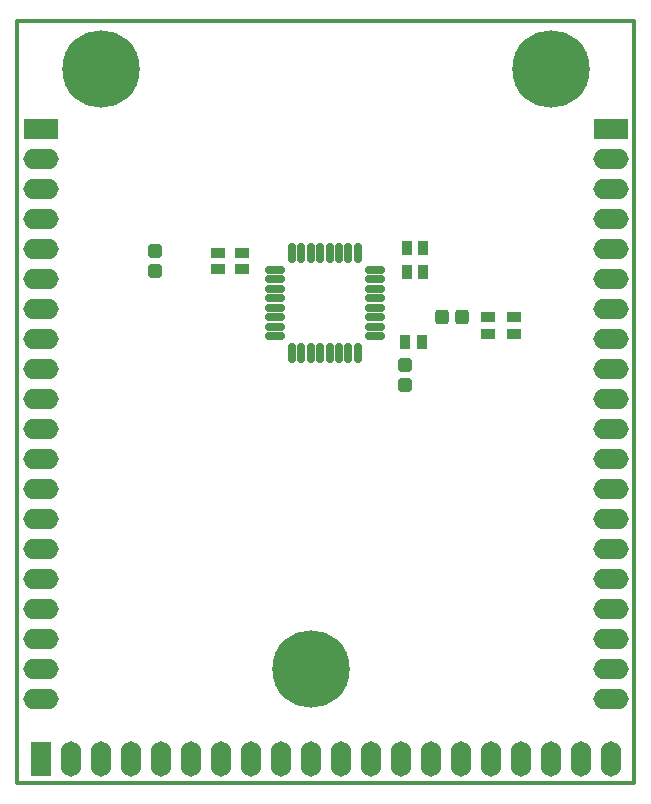
<source format=gts>
G04*
G04 #@! TF.GenerationSoftware,Altium Limited,Altium Designer,19.0.12 (326)*
G04*
G04 Layer_Color=8388736*
%FSLAX25Y25*%
%MOIN*%
G70*
G01*
G75*
%ADD12C,0.01181*%
%ADD23O,0.06706X0.02965*%
%ADD24O,0.02965X0.06706*%
G04:AMPARAMS|DCode=25|XSize=47.37mil|YSize=43.43mil|CornerRadius=8.43mil|HoleSize=0mil|Usage=FLASHONLY|Rotation=180.000|XOffset=0mil|YOffset=0mil|HoleType=Round|Shape=RoundedRectangle|*
%AMROUNDEDRECTD25*
21,1,0.04737,0.02657,0,0,180.0*
21,1,0.03051,0.04343,0,0,180.0*
1,1,0.01686,-0.01526,0.01329*
1,1,0.01686,0.01526,0.01329*
1,1,0.01686,0.01526,-0.01329*
1,1,0.01686,-0.01526,-0.01329*
%
%ADD25ROUNDEDRECTD25*%
%ADD26R,0.03753X0.04540*%
%ADD27R,0.04540X0.03753*%
G04:AMPARAMS|DCode=28|XSize=47.37mil|YSize=43.43mil|CornerRadius=8.43mil|HoleSize=0mil|Usage=FLASHONLY|Rotation=90.000|XOffset=0mil|YOffset=0mil|HoleType=Round|Shape=RoundedRectangle|*
%AMROUNDEDRECTD28*
21,1,0.04737,0.02657,0,0,90.0*
21,1,0.03051,0.04343,0,0,90.0*
1,1,0.01686,0.01329,0.01526*
1,1,0.01686,0.01329,-0.01526*
1,1,0.01686,-0.01329,-0.01526*
1,1,0.01686,-0.01329,0.01526*
%
%ADD28ROUNDEDRECTD28*%
%ADD29C,0.25800*%
%ADD30R,0.11800X0.06800*%
%ADD31O,0.11800X0.06800*%
%ADD32R,0.06800X0.11800*%
%ADD33O,0.06800X0.11800*%
D12*
X0Y0D02*
Y254000D01*
X205500D01*
Y0D02*
Y254000D01*
X0Y0D02*
X205500D01*
D23*
X119232Y171024D02*
D03*
Y167874D02*
D03*
Y164724D02*
D03*
Y161575D02*
D03*
Y158425D02*
D03*
Y155276D02*
D03*
Y152126D02*
D03*
Y148976D02*
D03*
X85768D02*
D03*
Y152126D02*
D03*
Y155276D02*
D03*
Y158425D02*
D03*
Y161575D02*
D03*
Y164724D02*
D03*
Y167874D02*
D03*
Y171024D02*
D03*
D24*
X113524Y143268D02*
D03*
X110374D02*
D03*
X107224D02*
D03*
X104075D02*
D03*
X100925D02*
D03*
X97776D02*
D03*
X94626D02*
D03*
X91476D02*
D03*
Y176732D02*
D03*
X94626D02*
D03*
X97776D02*
D03*
X100925D02*
D03*
X104075D02*
D03*
X107224D02*
D03*
X110374D02*
D03*
X113524D02*
D03*
D25*
X46000Y177347D02*
D03*
Y170653D02*
D03*
X129244Y139347D02*
D03*
Y132653D02*
D03*
D26*
X135256Y178500D02*
D03*
X129744D02*
D03*
X135256Y170500D02*
D03*
X129744D02*
D03*
X134756Y147000D02*
D03*
X129244D02*
D03*
D27*
X75000Y176756D02*
D03*
Y171244D02*
D03*
X67000Y176756D02*
D03*
Y171244D02*
D03*
X165500Y149764D02*
D03*
Y155276D02*
D03*
X157000Y149764D02*
D03*
Y155276D02*
D03*
D28*
X148346D02*
D03*
X141654D02*
D03*
D29*
X98000Y38000D02*
D03*
X28000Y238000D02*
D03*
X178000D02*
D03*
D30*
X8000Y218000D02*
D03*
X198000D02*
D03*
D31*
X8000Y208000D02*
D03*
Y198000D02*
D03*
Y188000D02*
D03*
Y178000D02*
D03*
Y168000D02*
D03*
Y158000D02*
D03*
Y148000D02*
D03*
Y138000D02*
D03*
Y128000D02*
D03*
Y118000D02*
D03*
Y108000D02*
D03*
Y98000D02*
D03*
Y88000D02*
D03*
Y78000D02*
D03*
Y68000D02*
D03*
Y58000D02*
D03*
Y48000D02*
D03*
Y38000D02*
D03*
Y28000D02*
D03*
X198000Y208000D02*
D03*
Y198000D02*
D03*
Y188000D02*
D03*
Y178000D02*
D03*
Y168000D02*
D03*
Y158000D02*
D03*
Y148000D02*
D03*
Y138000D02*
D03*
Y128000D02*
D03*
Y118000D02*
D03*
Y108000D02*
D03*
Y98000D02*
D03*
Y88000D02*
D03*
Y78000D02*
D03*
Y68000D02*
D03*
Y58000D02*
D03*
Y48000D02*
D03*
Y38000D02*
D03*
Y28000D02*
D03*
D32*
X8000Y8000D02*
D03*
D33*
X18000D02*
D03*
X28000D02*
D03*
X38000D02*
D03*
X48000D02*
D03*
X58000D02*
D03*
X68000D02*
D03*
X78000D02*
D03*
X88000D02*
D03*
X98000D02*
D03*
X108000D02*
D03*
X118000D02*
D03*
X128000D02*
D03*
X138000D02*
D03*
X148000D02*
D03*
X158000D02*
D03*
X168000D02*
D03*
X178000D02*
D03*
X188000D02*
D03*
X198000D02*
D03*
M02*

</source>
